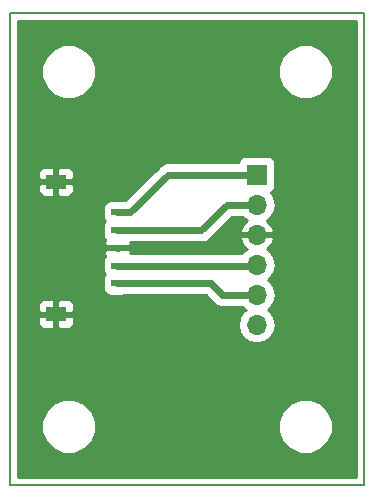
<source format=gbr>
G04 #@! TF.GenerationSoftware,KiCad,Pcbnew,5.0.1-33cea8e~68~ubuntu18.04.1*
G04 #@! TF.CreationDate,2018-10-27T22:05:16+03:00*
G04 #@! TF.ProjectId,PIC-ICSP-504050,5049432D494353502D3530343035302E,v1.0*
G04 #@! TF.SameCoordinates,Original*
G04 #@! TF.FileFunction,Copper,L1,Top,Signal*
G04 #@! TF.FilePolarity,Positive*
%FSLAX46Y46*%
G04 Gerber Fmt 4.6, Leading zero omitted, Abs format (unit mm)*
G04 Created by KiCad (PCBNEW 5.0.1-33cea8e~68~ubuntu18.04.1) date la 27. lokakuuta 2018 22.05.16*
%MOMM*%
%LPD*%
G01*
G04 APERTURE LIST*
G04 #@! TA.AperFunction,NonConductor*
%ADD10C,0.150000*%
G04 #@! TD*
G04 #@! TA.AperFunction,SMDPad,CuDef*
%ADD11R,1.000000X0.600000*%
G04 #@! TD*
G04 #@! TA.AperFunction,SMDPad,CuDef*
%ADD12R,1.800000X1.250000*%
G04 #@! TD*
G04 #@! TA.AperFunction,ComponentPad*
%ADD13R,1.700000X1.700000*%
G04 #@! TD*
G04 #@! TA.AperFunction,ComponentPad*
%ADD14O,1.700000X1.700000*%
G04 #@! TD*
G04 #@! TA.AperFunction,Conductor*
%ADD15C,0.600000*%
G04 #@! TD*
G04 #@! TA.AperFunction,Conductor*
%ADD16C,0.254000*%
G04 #@! TD*
G04 APERTURE END LIST*
D10*
X50000000Y-90000000D02*
X50000000Y-50000000D01*
X50000000Y-90000000D02*
X80000000Y-90000000D01*
X80000000Y-50000000D02*
X80000000Y-90000000D01*
X50000000Y-50000000D02*
X80000000Y-50000000D01*
D11*
G04 #@! TO.P,J1,1*
G04 #@! TO.N,/PGC*
X59095000Y-72900000D03*
G04 #@! TO.P,J1,2*
G04 #@! TO.N,/PGD*
X59095000Y-71400000D03*
G04 #@! TO.P,J1,3*
G04 #@! TO.N,GND*
X59095000Y-69900000D03*
G04 #@! TO.P,J1,4*
G04 #@! TO.N,/VDD*
X59095000Y-68400000D03*
G04 #@! TO.P,J1,5*
G04 #@! TO.N,/VPP*
X59095000Y-66900000D03*
D12*
G04 #@! TO.P,J1,MP*
G04 #@! TO.N,GND*
X53905000Y-75505000D03*
X53905000Y-64295000D03*
G04 #@! TD*
D13*
G04 #@! TO.P,J2,1*
G04 #@! TO.N,/VPP*
X70900000Y-63700000D03*
D14*
G04 #@! TO.P,J2,2*
G04 #@! TO.N,/VDD*
X70900000Y-66240000D03*
G04 #@! TO.P,J2,3*
G04 #@! TO.N,GND*
X70900000Y-68780000D03*
G04 #@! TO.P,J2,4*
G04 #@! TO.N,/PGD*
X70900000Y-71320000D03*
G04 #@! TO.P,J2,5*
G04 #@! TO.N,/PGC*
X70900000Y-73860000D03*
G04 #@! TO.P,J2,6*
G04 #@! TO.N,Net-(J2-Pad6)*
X70900000Y-76400000D03*
G04 #@! TD*
D15*
G04 #@! TO.N,/VPP*
X63395000Y-63700000D02*
X69450000Y-63700000D01*
X69450000Y-63700000D02*
X70900000Y-63700000D01*
X60195000Y-66900000D02*
X63395000Y-63700000D01*
X59095000Y-66900000D02*
X60195000Y-66900000D01*
G04 #@! TO.N,/VDD*
X68360000Y-66240000D02*
X70900000Y-66240000D01*
X59095000Y-68400000D02*
X66200000Y-68400000D01*
X66200000Y-68400000D02*
X68360000Y-66240000D01*
G04 #@! TO.N,/PGD*
X70820000Y-71400000D02*
X70900000Y-71320000D01*
X59095000Y-71400000D02*
X70820000Y-71400000D01*
G04 #@! TO.N,/PGC*
X70890000Y-73850000D02*
X70900000Y-73860000D01*
X67950000Y-73850000D02*
X70890000Y-73850000D01*
X59095000Y-72900000D02*
X67000000Y-72900000D01*
X67000000Y-72900000D02*
X67950000Y-73850000D01*
G04 #@! TD*
D16*
G04 #@! TO.N,GND*
G36*
X79290001Y-89290000D02*
X50710000Y-89290000D01*
X50710000Y-84537131D01*
X52673000Y-84537131D01*
X52673000Y-85462869D01*
X53027264Y-86318140D01*
X53681860Y-86972736D01*
X54537131Y-87327000D01*
X55462869Y-87327000D01*
X56318140Y-86972736D01*
X56972736Y-86318140D01*
X57327000Y-85462869D01*
X57327000Y-84537131D01*
X72673000Y-84537131D01*
X72673000Y-85462869D01*
X73027264Y-86318140D01*
X73681860Y-86972736D01*
X74537131Y-87327000D01*
X75462869Y-87327000D01*
X76318140Y-86972736D01*
X76972736Y-86318140D01*
X77327000Y-85462869D01*
X77327000Y-84537131D01*
X76972736Y-83681860D01*
X76318140Y-83027264D01*
X75462869Y-82673000D01*
X74537131Y-82673000D01*
X73681860Y-83027264D01*
X73027264Y-83681860D01*
X72673000Y-84537131D01*
X57327000Y-84537131D01*
X56972736Y-83681860D01*
X56318140Y-83027264D01*
X55462869Y-82673000D01*
X54537131Y-82673000D01*
X53681860Y-83027264D01*
X53027264Y-83681860D01*
X52673000Y-84537131D01*
X50710000Y-84537131D01*
X50710000Y-75790750D01*
X52370000Y-75790750D01*
X52370000Y-76256309D01*
X52466673Y-76489698D01*
X52645301Y-76668327D01*
X52878690Y-76765000D01*
X53619250Y-76765000D01*
X53778000Y-76606250D01*
X53778000Y-75632000D01*
X54032000Y-75632000D01*
X54032000Y-76606250D01*
X54190750Y-76765000D01*
X54931310Y-76765000D01*
X55164699Y-76668327D01*
X55343327Y-76489698D01*
X55440000Y-76256309D01*
X55440000Y-75790750D01*
X55281250Y-75632000D01*
X54032000Y-75632000D01*
X53778000Y-75632000D01*
X52528750Y-75632000D01*
X52370000Y-75790750D01*
X50710000Y-75790750D01*
X50710000Y-74753691D01*
X52370000Y-74753691D01*
X52370000Y-75219250D01*
X52528750Y-75378000D01*
X53778000Y-75378000D01*
X53778000Y-74403750D01*
X54032000Y-74403750D01*
X54032000Y-75378000D01*
X55281250Y-75378000D01*
X55440000Y-75219250D01*
X55440000Y-74753691D01*
X55343327Y-74520302D01*
X55164699Y-74341673D01*
X54931310Y-74245000D01*
X54190750Y-74245000D01*
X54032000Y-74403750D01*
X53778000Y-74403750D01*
X53619250Y-74245000D01*
X52878690Y-74245000D01*
X52645301Y-74341673D01*
X52466673Y-74520302D01*
X52370000Y-74753691D01*
X50710000Y-74753691D01*
X50710000Y-71100000D01*
X57853758Y-71100000D01*
X57853758Y-71700000D01*
X57910182Y-71983661D01*
X58021326Y-72150000D01*
X57910182Y-72316339D01*
X57853758Y-72600000D01*
X57853758Y-73200000D01*
X57910182Y-73483661D01*
X58070863Y-73724137D01*
X58311339Y-73884818D01*
X58595000Y-73941242D01*
X59595000Y-73941242D01*
X59666599Y-73927000D01*
X66574604Y-73927000D01*
X67152275Y-74504672D01*
X67209574Y-74590426D01*
X67549285Y-74817413D01*
X67848850Y-74877000D01*
X67848851Y-74877000D01*
X67950000Y-74897120D01*
X68051149Y-74877000D01*
X69682897Y-74877000D01*
X69763047Y-74996953D01*
X69962166Y-75130000D01*
X69763047Y-75263047D01*
X69414499Y-75784685D01*
X69292105Y-76400000D01*
X69414499Y-77015315D01*
X69763047Y-77536953D01*
X70284685Y-77885501D01*
X70744681Y-77977000D01*
X71055319Y-77977000D01*
X71515315Y-77885501D01*
X72036953Y-77536953D01*
X72385501Y-77015315D01*
X72507895Y-76400000D01*
X72385501Y-75784685D01*
X72036953Y-75263047D01*
X71837834Y-75130000D01*
X72036953Y-74996953D01*
X72385501Y-74475315D01*
X72507895Y-73860000D01*
X72385501Y-73244685D01*
X72036953Y-72723047D01*
X71837834Y-72590000D01*
X72036953Y-72456953D01*
X72385501Y-71935315D01*
X72507895Y-71320000D01*
X72385501Y-70704685D01*
X72036953Y-70183047D01*
X71748768Y-69990488D01*
X71781358Y-69975183D01*
X72171645Y-69546924D01*
X72341476Y-69136890D01*
X72220155Y-68907000D01*
X71027000Y-68907000D01*
X71027000Y-68927000D01*
X70773000Y-68927000D01*
X70773000Y-68907000D01*
X69579845Y-68907000D01*
X69458524Y-69136890D01*
X69628355Y-69546924D01*
X70018642Y-69975183D01*
X70051232Y-69990488D01*
X69763047Y-70183047D01*
X69636124Y-70373000D01*
X60210660Y-70373000D01*
X60230000Y-70326309D01*
X60230000Y-70185750D01*
X60071250Y-70027000D01*
X59222000Y-70027000D01*
X59222000Y-70047000D01*
X58968000Y-70047000D01*
X58968000Y-70027000D01*
X58118750Y-70027000D01*
X57960000Y-70185750D01*
X57960000Y-70326309D01*
X58056673Y-70559698D01*
X58072047Y-70575072D01*
X58070863Y-70575863D01*
X57910182Y-70816339D01*
X57853758Y-71100000D01*
X50710000Y-71100000D01*
X50710000Y-66600000D01*
X57853758Y-66600000D01*
X57853758Y-67200000D01*
X57910182Y-67483661D01*
X58021326Y-67650000D01*
X57910182Y-67816339D01*
X57853758Y-68100000D01*
X57853758Y-68700000D01*
X57910182Y-68983661D01*
X58070863Y-69224137D01*
X58072047Y-69224928D01*
X58056673Y-69240302D01*
X57960000Y-69473691D01*
X57960000Y-69614250D01*
X58118750Y-69773000D01*
X58968000Y-69773000D01*
X58968000Y-69753000D01*
X59222000Y-69753000D01*
X59222000Y-69773000D01*
X60071250Y-69773000D01*
X60230000Y-69614250D01*
X60230000Y-69473691D01*
X60210660Y-69427000D01*
X66098851Y-69427000D01*
X66200000Y-69447120D01*
X66301149Y-69427000D01*
X66301150Y-69427000D01*
X66600715Y-69367413D01*
X66940426Y-69140426D01*
X66997726Y-69054670D01*
X68785398Y-67267000D01*
X69689579Y-67267000D01*
X69763047Y-67376953D01*
X70051232Y-67569512D01*
X70018642Y-67584817D01*
X69628355Y-68013076D01*
X69458524Y-68423110D01*
X69579845Y-68653000D01*
X70773000Y-68653000D01*
X70773000Y-68633000D01*
X71027000Y-68633000D01*
X71027000Y-68653000D01*
X72220155Y-68653000D01*
X72341476Y-68423110D01*
X72171645Y-68013076D01*
X71781358Y-67584817D01*
X71748768Y-67569512D01*
X72036953Y-67376953D01*
X72385501Y-66855315D01*
X72507895Y-66240000D01*
X72385501Y-65624685D01*
X72096807Y-65192625D01*
X72274137Y-65074137D01*
X72434818Y-64833661D01*
X72491242Y-64550000D01*
X72491242Y-62850000D01*
X72434818Y-62566339D01*
X72274137Y-62325863D01*
X72033661Y-62165182D01*
X71750000Y-62108758D01*
X70050000Y-62108758D01*
X69766339Y-62165182D01*
X69525863Y-62325863D01*
X69365182Y-62566339D01*
X69343966Y-62673000D01*
X63496148Y-62673000D01*
X63394999Y-62652880D01*
X63293850Y-62673000D01*
X62994285Y-62732587D01*
X62994284Y-62732588D01*
X62994283Y-62732588D01*
X62821615Y-62847961D01*
X62654574Y-62959574D01*
X62597277Y-63045325D01*
X59769604Y-65873000D01*
X59666599Y-65873000D01*
X59595000Y-65858758D01*
X58595000Y-65858758D01*
X58311339Y-65915182D01*
X58070863Y-66075863D01*
X57910182Y-66316339D01*
X57853758Y-66600000D01*
X50710000Y-66600000D01*
X50710000Y-64580750D01*
X52370000Y-64580750D01*
X52370000Y-65046309D01*
X52466673Y-65279698D01*
X52645301Y-65458327D01*
X52878690Y-65555000D01*
X53619250Y-65555000D01*
X53778000Y-65396250D01*
X53778000Y-64422000D01*
X54032000Y-64422000D01*
X54032000Y-65396250D01*
X54190750Y-65555000D01*
X54931310Y-65555000D01*
X55164699Y-65458327D01*
X55343327Y-65279698D01*
X55440000Y-65046309D01*
X55440000Y-64580750D01*
X55281250Y-64422000D01*
X54032000Y-64422000D01*
X53778000Y-64422000D01*
X52528750Y-64422000D01*
X52370000Y-64580750D01*
X50710000Y-64580750D01*
X50710000Y-63543691D01*
X52370000Y-63543691D01*
X52370000Y-64009250D01*
X52528750Y-64168000D01*
X53778000Y-64168000D01*
X53778000Y-63193750D01*
X54032000Y-63193750D01*
X54032000Y-64168000D01*
X55281250Y-64168000D01*
X55440000Y-64009250D01*
X55440000Y-63543691D01*
X55343327Y-63310302D01*
X55164699Y-63131673D01*
X54931310Y-63035000D01*
X54190750Y-63035000D01*
X54032000Y-63193750D01*
X53778000Y-63193750D01*
X53619250Y-63035000D01*
X52878690Y-63035000D01*
X52645301Y-63131673D01*
X52466673Y-63310302D01*
X52370000Y-63543691D01*
X50710000Y-63543691D01*
X50710000Y-54537131D01*
X52673000Y-54537131D01*
X52673000Y-55462869D01*
X53027264Y-56318140D01*
X53681860Y-56972736D01*
X54537131Y-57327000D01*
X55462869Y-57327000D01*
X56318140Y-56972736D01*
X56972736Y-56318140D01*
X57327000Y-55462869D01*
X57327000Y-54537131D01*
X72673000Y-54537131D01*
X72673000Y-55462869D01*
X73027264Y-56318140D01*
X73681860Y-56972736D01*
X74537131Y-57327000D01*
X75462869Y-57327000D01*
X76318140Y-56972736D01*
X76972736Y-56318140D01*
X77327000Y-55462869D01*
X77327000Y-54537131D01*
X76972736Y-53681860D01*
X76318140Y-53027264D01*
X75462869Y-52673000D01*
X74537131Y-52673000D01*
X73681860Y-53027264D01*
X73027264Y-53681860D01*
X72673000Y-54537131D01*
X57327000Y-54537131D01*
X56972736Y-53681860D01*
X56318140Y-53027264D01*
X55462869Y-52673000D01*
X54537131Y-52673000D01*
X53681860Y-53027264D01*
X53027264Y-53681860D01*
X52673000Y-54537131D01*
X50710000Y-54537131D01*
X50710000Y-50710000D01*
X79290000Y-50710000D01*
X79290001Y-89290000D01*
X79290001Y-89290000D01*
G37*
X79290001Y-89290000D02*
X50710000Y-89290000D01*
X50710000Y-84537131D01*
X52673000Y-84537131D01*
X52673000Y-85462869D01*
X53027264Y-86318140D01*
X53681860Y-86972736D01*
X54537131Y-87327000D01*
X55462869Y-87327000D01*
X56318140Y-86972736D01*
X56972736Y-86318140D01*
X57327000Y-85462869D01*
X57327000Y-84537131D01*
X72673000Y-84537131D01*
X72673000Y-85462869D01*
X73027264Y-86318140D01*
X73681860Y-86972736D01*
X74537131Y-87327000D01*
X75462869Y-87327000D01*
X76318140Y-86972736D01*
X76972736Y-86318140D01*
X77327000Y-85462869D01*
X77327000Y-84537131D01*
X76972736Y-83681860D01*
X76318140Y-83027264D01*
X75462869Y-82673000D01*
X74537131Y-82673000D01*
X73681860Y-83027264D01*
X73027264Y-83681860D01*
X72673000Y-84537131D01*
X57327000Y-84537131D01*
X56972736Y-83681860D01*
X56318140Y-83027264D01*
X55462869Y-82673000D01*
X54537131Y-82673000D01*
X53681860Y-83027264D01*
X53027264Y-83681860D01*
X52673000Y-84537131D01*
X50710000Y-84537131D01*
X50710000Y-75790750D01*
X52370000Y-75790750D01*
X52370000Y-76256309D01*
X52466673Y-76489698D01*
X52645301Y-76668327D01*
X52878690Y-76765000D01*
X53619250Y-76765000D01*
X53778000Y-76606250D01*
X53778000Y-75632000D01*
X54032000Y-75632000D01*
X54032000Y-76606250D01*
X54190750Y-76765000D01*
X54931310Y-76765000D01*
X55164699Y-76668327D01*
X55343327Y-76489698D01*
X55440000Y-76256309D01*
X55440000Y-75790750D01*
X55281250Y-75632000D01*
X54032000Y-75632000D01*
X53778000Y-75632000D01*
X52528750Y-75632000D01*
X52370000Y-75790750D01*
X50710000Y-75790750D01*
X50710000Y-74753691D01*
X52370000Y-74753691D01*
X52370000Y-75219250D01*
X52528750Y-75378000D01*
X53778000Y-75378000D01*
X53778000Y-74403750D01*
X54032000Y-74403750D01*
X54032000Y-75378000D01*
X55281250Y-75378000D01*
X55440000Y-75219250D01*
X55440000Y-74753691D01*
X55343327Y-74520302D01*
X55164699Y-74341673D01*
X54931310Y-74245000D01*
X54190750Y-74245000D01*
X54032000Y-74403750D01*
X53778000Y-74403750D01*
X53619250Y-74245000D01*
X52878690Y-74245000D01*
X52645301Y-74341673D01*
X52466673Y-74520302D01*
X52370000Y-74753691D01*
X50710000Y-74753691D01*
X50710000Y-71100000D01*
X57853758Y-71100000D01*
X57853758Y-71700000D01*
X57910182Y-71983661D01*
X58021326Y-72150000D01*
X57910182Y-72316339D01*
X57853758Y-72600000D01*
X57853758Y-73200000D01*
X57910182Y-73483661D01*
X58070863Y-73724137D01*
X58311339Y-73884818D01*
X58595000Y-73941242D01*
X59595000Y-73941242D01*
X59666599Y-73927000D01*
X66574604Y-73927000D01*
X67152275Y-74504672D01*
X67209574Y-74590426D01*
X67549285Y-74817413D01*
X67848850Y-74877000D01*
X67848851Y-74877000D01*
X67950000Y-74897120D01*
X68051149Y-74877000D01*
X69682897Y-74877000D01*
X69763047Y-74996953D01*
X69962166Y-75130000D01*
X69763047Y-75263047D01*
X69414499Y-75784685D01*
X69292105Y-76400000D01*
X69414499Y-77015315D01*
X69763047Y-77536953D01*
X70284685Y-77885501D01*
X70744681Y-77977000D01*
X71055319Y-77977000D01*
X71515315Y-77885501D01*
X72036953Y-77536953D01*
X72385501Y-77015315D01*
X72507895Y-76400000D01*
X72385501Y-75784685D01*
X72036953Y-75263047D01*
X71837834Y-75130000D01*
X72036953Y-74996953D01*
X72385501Y-74475315D01*
X72507895Y-73860000D01*
X72385501Y-73244685D01*
X72036953Y-72723047D01*
X71837834Y-72590000D01*
X72036953Y-72456953D01*
X72385501Y-71935315D01*
X72507895Y-71320000D01*
X72385501Y-70704685D01*
X72036953Y-70183047D01*
X71748768Y-69990488D01*
X71781358Y-69975183D01*
X72171645Y-69546924D01*
X72341476Y-69136890D01*
X72220155Y-68907000D01*
X71027000Y-68907000D01*
X71027000Y-68927000D01*
X70773000Y-68927000D01*
X70773000Y-68907000D01*
X69579845Y-68907000D01*
X69458524Y-69136890D01*
X69628355Y-69546924D01*
X70018642Y-69975183D01*
X70051232Y-69990488D01*
X69763047Y-70183047D01*
X69636124Y-70373000D01*
X60210660Y-70373000D01*
X60230000Y-70326309D01*
X60230000Y-70185750D01*
X60071250Y-70027000D01*
X59222000Y-70027000D01*
X59222000Y-70047000D01*
X58968000Y-70047000D01*
X58968000Y-70027000D01*
X58118750Y-70027000D01*
X57960000Y-70185750D01*
X57960000Y-70326309D01*
X58056673Y-70559698D01*
X58072047Y-70575072D01*
X58070863Y-70575863D01*
X57910182Y-70816339D01*
X57853758Y-71100000D01*
X50710000Y-71100000D01*
X50710000Y-66600000D01*
X57853758Y-66600000D01*
X57853758Y-67200000D01*
X57910182Y-67483661D01*
X58021326Y-67650000D01*
X57910182Y-67816339D01*
X57853758Y-68100000D01*
X57853758Y-68700000D01*
X57910182Y-68983661D01*
X58070863Y-69224137D01*
X58072047Y-69224928D01*
X58056673Y-69240302D01*
X57960000Y-69473691D01*
X57960000Y-69614250D01*
X58118750Y-69773000D01*
X58968000Y-69773000D01*
X58968000Y-69753000D01*
X59222000Y-69753000D01*
X59222000Y-69773000D01*
X60071250Y-69773000D01*
X60230000Y-69614250D01*
X60230000Y-69473691D01*
X60210660Y-69427000D01*
X66098851Y-69427000D01*
X66200000Y-69447120D01*
X66301149Y-69427000D01*
X66301150Y-69427000D01*
X66600715Y-69367413D01*
X66940426Y-69140426D01*
X66997726Y-69054670D01*
X68785398Y-67267000D01*
X69689579Y-67267000D01*
X69763047Y-67376953D01*
X70051232Y-67569512D01*
X70018642Y-67584817D01*
X69628355Y-68013076D01*
X69458524Y-68423110D01*
X69579845Y-68653000D01*
X70773000Y-68653000D01*
X70773000Y-68633000D01*
X71027000Y-68633000D01*
X71027000Y-68653000D01*
X72220155Y-68653000D01*
X72341476Y-68423110D01*
X72171645Y-68013076D01*
X71781358Y-67584817D01*
X71748768Y-67569512D01*
X72036953Y-67376953D01*
X72385501Y-66855315D01*
X72507895Y-66240000D01*
X72385501Y-65624685D01*
X72096807Y-65192625D01*
X72274137Y-65074137D01*
X72434818Y-64833661D01*
X72491242Y-64550000D01*
X72491242Y-62850000D01*
X72434818Y-62566339D01*
X72274137Y-62325863D01*
X72033661Y-62165182D01*
X71750000Y-62108758D01*
X70050000Y-62108758D01*
X69766339Y-62165182D01*
X69525863Y-62325863D01*
X69365182Y-62566339D01*
X69343966Y-62673000D01*
X63496148Y-62673000D01*
X63394999Y-62652880D01*
X63293850Y-62673000D01*
X62994285Y-62732587D01*
X62994284Y-62732588D01*
X62994283Y-62732588D01*
X62821615Y-62847961D01*
X62654574Y-62959574D01*
X62597277Y-63045325D01*
X59769604Y-65873000D01*
X59666599Y-65873000D01*
X59595000Y-65858758D01*
X58595000Y-65858758D01*
X58311339Y-65915182D01*
X58070863Y-66075863D01*
X57910182Y-66316339D01*
X57853758Y-66600000D01*
X50710000Y-66600000D01*
X50710000Y-64580750D01*
X52370000Y-64580750D01*
X52370000Y-65046309D01*
X52466673Y-65279698D01*
X52645301Y-65458327D01*
X52878690Y-65555000D01*
X53619250Y-65555000D01*
X53778000Y-65396250D01*
X53778000Y-64422000D01*
X54032000Y-64422000D01*
X54032000Y-65396250D01*
X54190750Y-65555000D01*
X54931310Y-65555000D01*
X55164699Y-65458327D01*
X55343327Y-65279698D01*
X55440000Y-65046309D01*
X55440000Y-64580750D01*
X55281250Y-64422000D01*
X54032000Y-64422000D01*
X53778000Y-64422000D01*
X52528750Y-64422000D01*
X52370000Y-64580750D01*
X50710000Y-64580750D01*
X50710000Y-63543691D01*
X52370000Y-63543691D01*
X52370000Y-64009250D01*
X52528750Y-64168000D01*
X53778000Y-64168000D01*
X53778000Y-63193750D01*
X54032000Y-63193750D01*
X54032000Y-64168000D01*
X55281250Y-64168000D01*
X55440000Y-64009250D01*
X55440000Y-63543691D01*
X55343327Y-63310302D01*
X55164699Y-63131673D01*
X54931310Y-63035000D01*
X54190750Y-63035000D01*
X54032000Y-63193750D01*
X53778000Y-63193750D01*
X53619250Y-63035000D01*
X52878690Y-63035000D01*
X52645301Y-63131673D01*
X52466673Y-63310302D01*
X52370000Y-63543691D01*
X50710000Y-63543691D01*
X50710000Y-54537131D01*
X52673000Y-54537131D01*
X52673000Y-55462869D01*
X53027264Y-56318140D01*
X53681860Y-56972736D01*
X54537131Y-57327000D01*
X55462869Y-57327000D01*
X56318140Y-56972736D01*
X56972736Y-56318140D01*
X57327000Y-55462869D01*
X57327000Y-54537131D01*
X72673000Y-54537131D01*
X72673000Y-55462869D01*
X73027264Y-56318140D01*
X73681860Y-56972736D01*
X74537131Y-57327000D01*
X75462869Y-57327000D01*
X76318140Y-56972736D01*
X76972736Y-56318140D01*
X77327000Y-55462869D01*
X77327000Y-54537131D01*
X76972736Y-53681860D01*
X76318140Y-53027264D01*
X75462869Y-52673000D01*
X74537131Y-52673000D01*
X73681860Y-53027264D01*
X73027264Y-53681860D01*
X72673000Y-54537131D01*
X57327000Y-54537131D01*
X56972736Y-53681860D01*
X56318140Y-53027264D01*
X55462869Y-52673000D01*
X54537131Y-52673000D01*
X53681860Y-53027264D01*
X53027264Y-53681860D01*
X52673000Y-54537131D01*
X50710000Y-54537131D01*
X50710000Y-50710000D01*
X79290000Y-50710000D01*
X79290001Y-89290000D01*
G04 #@! TD*
M02*

</source>
